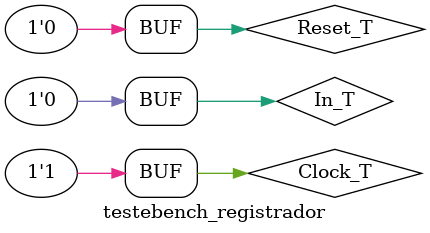
<source format=v>
/*
Prática Registrador
Alunos: Alexandre Roque, Henrique Coelho e Vitor Santana
Disciplina: Sistemas Digitais
Professora: Mara Coelho
*/

module testebench_registrador;
	//variaveis intermediarias 
	reg Clock_T, Reset_T, In_T;
	
	wire Q0_T,Q1_T,Q2_T,Q3_T;
	//registradorNaoBloqueante(Clock, Reset, In, Q0,Q1,Q2,Q3);
	
	registradorNaoBloqueante dut (Clock_T, Reset_T, In_T, Q0_T,Q1_T,Q2_T,Q3_T);
	
	  initial
			begin
				Reset_T = 1'b0;		Clock_T = 1'b0;    	In_T = 1'b0;	 #20
				Reset_T = 1'b1;		Clock_T = 1'b1;  		In_T = 1'b0; 	 #20
				Reset_T = 1'b0;		Clock_T = 1'b0;  		In_T = 1'b1; 	 #20
				Reset_T = 1'b0;		Clock_T = 1'b1;  		In_T = 1'b1; 	 #20
				Reset_T = 1'b0;		Clock_T = 1'b0;  		In_T = 1'b0; 	 #20
				Reset_T = 1'b0;		Clock_T = 1'b1;  		In_T = 1'b0;	 #20
				Reset_T = 1'b0;		Clock_T = 1'b0; 		In_T = 1'b0;	 #20
				Reset_T = 1'b0;		Clock_T = 1'b1;  		In_T = 1'b0;	 #20
				Reset_T = 1'b0;		Clock_T = 1'b0; 	 	In_T = 1'b0;	 #20
				Reset_T = 1'b0;		Clock_T = 1'b1; 		In_T = 1'b0;	 #20
				Reset_T = 1'b0;		Clock_T = 1'b0; 	 	In_T = 1'b0;	 #20
				Reset_T = 1'b0;		Clock_T = 1'b1; 		In_T = 1'b0;	 #20
				Reset_T = 1'b0;		Clock_T = 1'b0; 	 	In_T = 1'b0;	 #20
				Reset_T = 1'b0;		Clock_T = 1'b1; 		In_T = 1'b0;	 #20;
			end
endmodule



</source>
